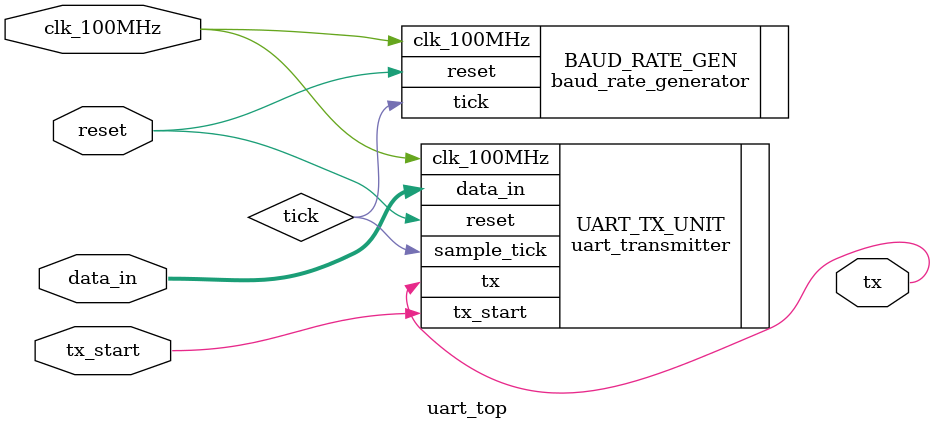
<source format=v>
`timescale 1ns / 1ns



module uart_top
    #(
        parameter   DBITS = 8,          // number of data bits in a word
                    SB_TICK = 16,       // number of stop bit / oversampling ticks
                    BR_LIMIT = 651,     // baud rate generator counter limit
                    BR_BITS = 10        // number of baud rate generator counter bits
    )
    (
        input clk_100MHz,               
        input reset,                    
        input tx_start,               
        input [DBITS-1:0] data_in,     // data from Tx
        output tx                      // serial data out
    );
    
    wire tick;                         // sample tick from baud rate generator

    baud_rate_generator 
        #(
            .M(BR_LIMIT), 
            .N(BR_BITS)
         ) 
        BAUD_RATE_GEN   
        (
            .clk_100MHz(clk_100MHz), 
            .reset(reset),
            .tick(tick)
         );
    
    uart_transmitter
        #(
            .DBITS(DBITS),
            .SB_TICK(SB_TICK)
         )
         UART_TX_UNIT
         (
            .clk_100MHz(clk_100MHz),
            .reset(reset),
            .tx_start(tx_start),
            .sample_tick(tick),
            .data_in(data_in),
            .tx(tx)
         );
    
  
endmodule
</source>
